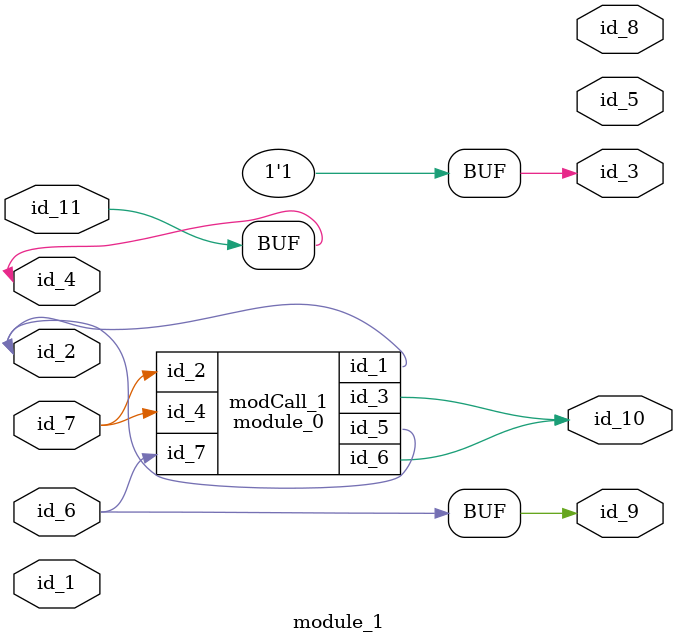
<source format=v>
module module_0 (
    id_1,
    id_2,
    id_3,
    id_4,
    id_5,
    id_6,
    id_7
);
  input wire id_7;
  output wire id_6;
  inout wire id_5;
  input wire id_4;
  output wire id_3;
  input wire id_2;
  inout wire id_1;
  integer id_8;
  assign module_1.id_11 = 0;
endmodule
module module_1 (
    id_1,
    id_2,
    id_3,
    id_4,
    id_5,
    id_6,
    id_7,
    id_8,
    id_9,
    id_10,
    id_11
);
  inout wire id_11;
  output wire id_10;
  output wire id_9;
  output wire id_8;
  input wire id_7;
  inout wire id_6;
  output wire id_5;
  inout wire id_4;
  output wire id_3;
  inout wire id_2;
  input wire id_1;
  assign id_3 = -1;
  always begin : LABEL_0
    id_11 <= id_4;
    id_9 = id_6;
  end
  module_0 modCall_1 (
      id_2,
      id_7,
      id_10,
      id_7,
      id_2,
      id_10,
      id_6
  );
endmodule

</source>
